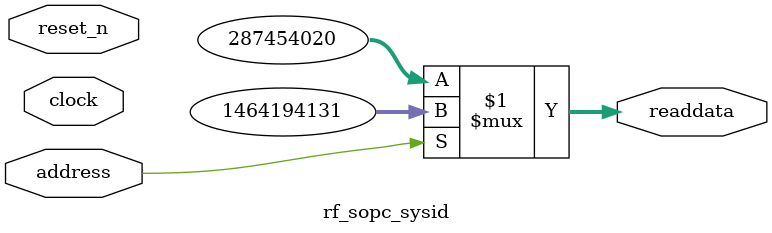
<source format=v>

`timescale 1ns / 1ps
// synthesis translate_on

// turn off superfluous verilog processor warnings 
// altera message_level Level1 
// altera message_off 10034 10035 10036 10037 10230 10240 10030 

module rf_sopc_sysid (
               // inputs:
                address,
                clock,
                reset_n,

               // outputs:
                readdata
             )
;

  output  [ 31: 0] readdata;
  input            address;
  input            clock;
  input            reset_n;

  wire    [ 31: 0] readdata;
  //control_slave, which is an e_avalon_slave
  assign readdata = address ? 1464194131 : 287454020;

endmodule




</source>
